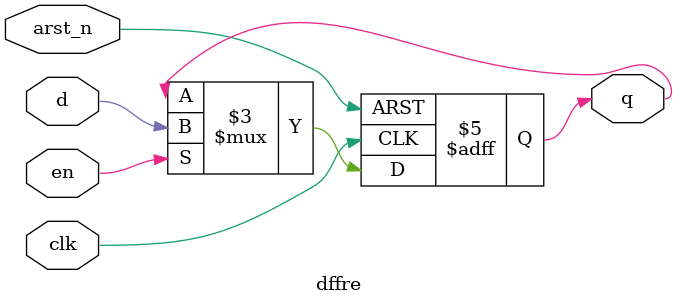
<source format=sv>

`include "common_defs.vh"

module dffre #(
  // Register width
  parameter int W = 1
  // Initial reset value
, parameter logic [W - 1:0] INIT = 'b0
) (
// -------------------------------------------------------------------------- //
// Register Interface
  input [W - 1:0]                     d
, input                               en
//
, output logic [W - 1:0]              q

// -------------------------------------------------------------------------- //
// Clk
, input                               arst_n
, input                               clk
);

always_ff @(posedge clk or negedge arst_n)
  if (~arst_n)
    q <= INIT;
  else if (en)
    q <= d;

endmodule : dffre

</source>
